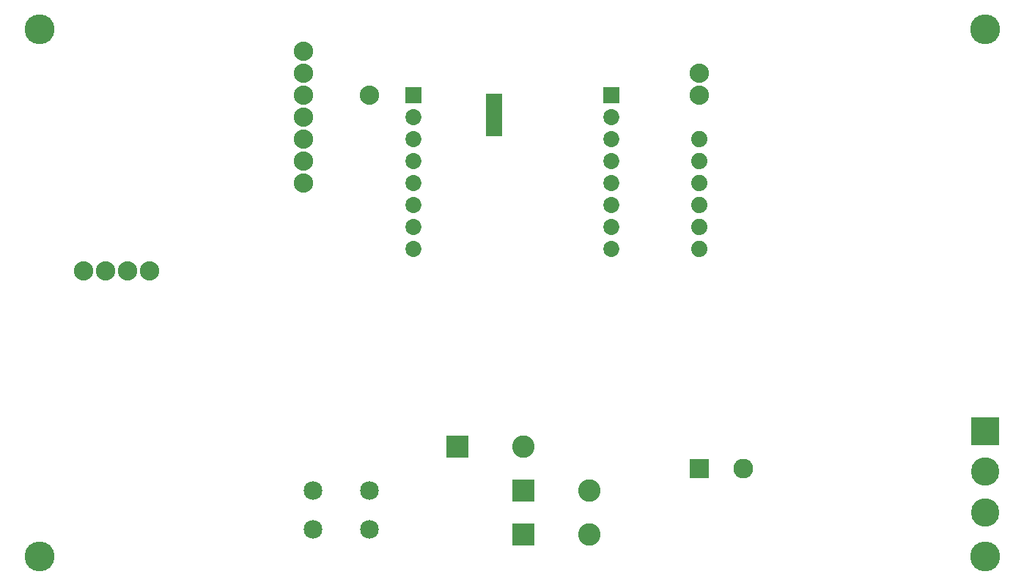
<source format=gbs>
G04 MADE WITH FRITZING*
G04 WWW.FRITZING.ORG*
G04 DOUBLE SIDED*
G04 HOLES PLATED*
G04 CONTOUR ON CENTER OF CONTOUR VECTOR*
%ASAXBY*%
%FSLAX23Y23*%
%MOIN*%
%OFA0B0*%
%SFA1.0B1.0*%
%ADD10C,0.085000*%
%ADD11C,0.102000*%
%ADD12C,0.135984*%
%ADD13C,0.073018*%
%ADD14C,0.074000*%
%ADD15C,0.090000*%
%ADD16C,0.088000*%
%ADD17C,0.128740*%
%ADD18R,0.102000X0.102000*%
%ADD19R,0.072984X0.072983*%
%ADD20R,0.072511X0.197493*%
%ADD21R,0.090000X0.089986*%
%ADD22R,0.128740X0.128740*%
%LNMASK0*%
G90*
G70*
G54D10*
X1777Y266D03*
X1521Y266D03*
X1777Y443D03*
X1521Y443D03*
G54D11*
X2477Y443D03*
X2777Y443D03*
X2477Y243D03*
X2777Y243D03*
X2177Y643D03*
X2477Y643D03*
G54D12*
X4577Y143D03*
X4577Y2543D03*
X277Y143D03*
X277Y2543D03*
G54D13*
X1977Y2243D03*
X2877Y2243D03*
X1977Y2143D03*
X1977Y2043D03*
X1977Y1943D03*
X1977Y1843D03*
X1977Y1743D03*
X1977Y1643D03*
X1977Y1543D03*
X2877Y2143D03*
X2877Y2043D03*
X2877Y1943D03*
X2877Y1843D03*
X2877Y1743D03*
X2877Y1643D03*
X2877Y1543D03*
X1977Y2243D03*
X2877Y2243D03*
X1977Y2143D03*
X1977Y2043D03*
X1977Y1943D03*
X1977Y1843D03*
X1977Y1743D03*
X1977Y1643D03*
X1977Y1543D03*
X2877Y2143D03*
X2877Y2043D03*
X2877Y1943D03*
X2877Y1843D03*
X2877Y1743D03*
X2877Y1643D03*
X2877Y1543D03*
G54D14*
X3277Y1543D03*
X3277Y1643D03*
X3277Y1743D03*
X3277Y1843D03*
X3277Y1943D03*
X3277Y2043D03*
G54D15*
X3277Y543D03*
X3477Y543D03*
G54D16*
X3277Y2243D03*
X3277Y2343D03*
X1777Y2243D03*
X1477Y1843D03*
X1477Y1943D03*
X1477Y2043D03*
X1477Y2143D03*
X1477Y2243D03*
X1477Y2343D03*
X1477Y2443D03*
X777Y1443D03*
X677Y1443D03*
X577Y1443D03*
X477Y1443D03*
G54D17*
X4577Y528D03*
X4577Y343D03*
X4577Y713D03*
G54D18*
X2477Y443D03*
X2477Y243D03*
X2177Y643D03*
G54D19*
X1977Y2243D03*
X2877Y2243D03*
X1977Y2243D03*
X2877Y2243D03*
G54D20*
X2344Y2152D03*
G54D21*
X3277Y543D03*
G54D22*
X4577Y713D03*
G04 End of Mask0*
M02*
</source>
